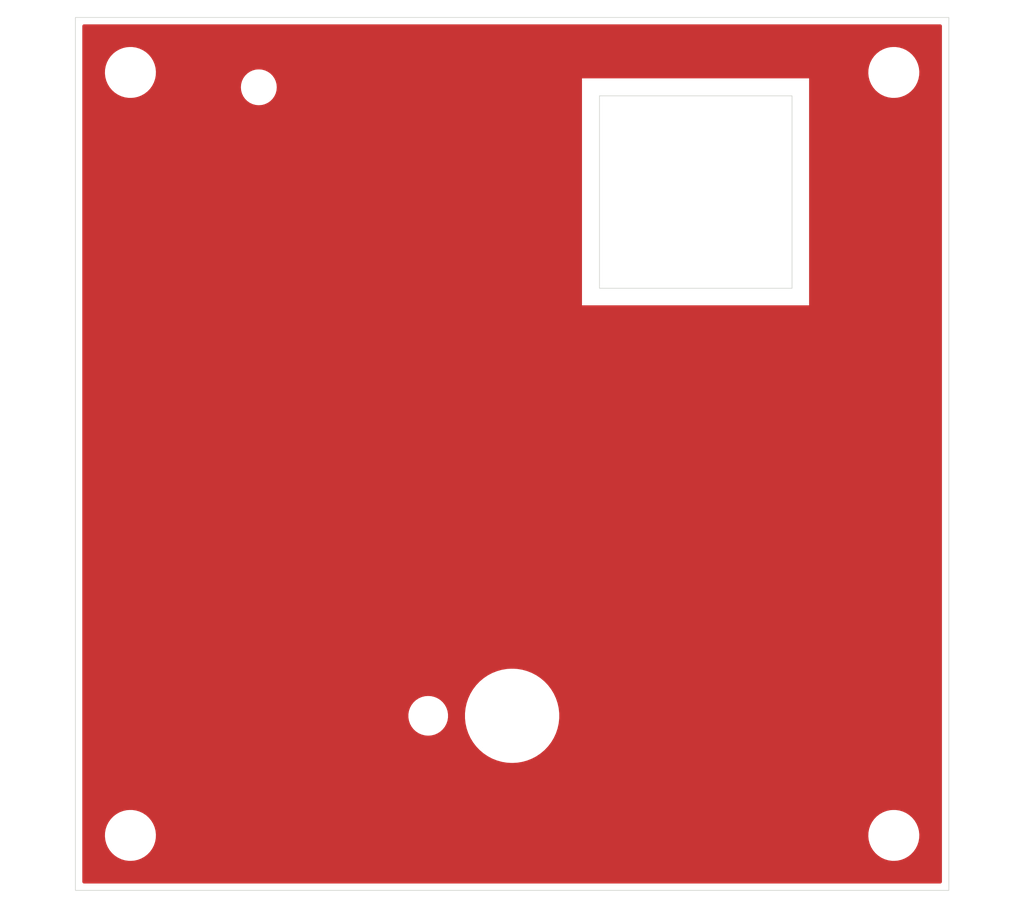
<source format=kicad_pcb>
(kicad_pcb (version 20221018) (generator pcbnew)
  (layers (0 "F.Cu" signal) (31 "B.Cu" signal) (34 "B.Paste" user) (35 "F.Paste" user) (36 "B.SilkS" user "B.Silkscreen") (37 "F.SilkS" user "F.Silkscreen") (38 "B.Mask" user) (39 "F.Mask" user) (44 "Edge.Cuts" user))
  (net 0 "")
  (footprint "MountingHole:MountingHole_2.1mm" (layer "F.Cu") (at 113.335 55.08)
    (fp_text reference "REF**" hide)
    (fp_text value "MountingHole_2.1mm")
    (pad "" np_thru_hole circle (at 0 0) (size 2.1 2.1) (drill 2.1) (layers "*.Cu" "*.Mask"))
  )
  (footprint "MountingHole:MountingHole_3.2mm_M3" (layer "F.Cu") (at 159.5 54)
    (fp_text reference "REF**" hide)
    (fp_text value "MountingHole_3.2mm_M3")
    (pad "" np_thru_hole circle (at 0 0) (size 3.2 3.2) (drill 3.2) (layers "*.Cu" "*.Mask"))
  )
  (footprint "MountingHole:MountingHole_3.2mm_M3" (layer "F.Cu") (at 104 109.5)
    (fp_text reference "REF**" hide)
    (fp_text value "MountingHole_3.2mm_M3")
    (pad "" np_thru_hole circle (at 0 0) (size 3.2 3.2) (drill 3.2) (layers "*.Cu" "*.Mask"))
  )
  (footprint "akizuki:ToggleSw_panel" (layer "F.Cu") (at 131.75 100.8)
    (fp_text reference "REF**" hide)
    (fp_text value "ToggleSw_panel")
    (pad "" np_thru_hole circle (at -6.1 0) (size 2.38 2.38) (drill 2.38) (layers "F&B.Cu" "*.Mask"))
    (pad "" np_thru_hole circle (at 0 0) (size 6.35 6.35) (drill 6.35) (layers "F&B.Cu" "*.Mask"))
  )
  (footprint "MountingHole:MountingHole_3.2mm_M3" (layer "F.Cu") (at 159.5 109.5)
    (fp_text reference "REF**" hide)
    (fp_text value "MountingHole_3.2mm_M3")
    (pad "" np_thru_hole circle (at 0 0) (size 3.2 3.2) (drill 3.2) (layers "*.Cu" "*.Mask"))
  )
  (footprint "MountingHole:MountingHole_3.2mm_M3" (layer "F.Cu") (at 104 54)
    (fp_text reference "REF**" hide)
    (fp_text value "MountingHole_3.2mm_M3")
    (pad "" np_thru_hole circle (at 0 0) (size 3.2 3.2) (drill 3.2) (layers "*.Cu" "*.Mask"))
  )
  (gr_rect (start 138.1 55.7) (end 152.1 69.7) (stroke (width 0.05)) (fill none) (layer "Edge.Cuts"))
  (gr_rect (start 100 50) (end 163.5 113.5) (stroke (width 0.05)) (fill none) (layer "Edge.Cuts"))
  (zone (net 0) (net_name "") (layer "F.Cu") (connect_pads (clearance 0.5)) (min_thickness 0.25) (fill yes (thermal_gap 0.5) (thermal_bridge_width 0.5) (island_removal_mode 1) (island_area_min 10))
    (polygon (pts (xy 98.73 48.73) (xy 98.73 114.77) (xy 164.77 114.77) (xy 164.77 48.73)))
  )
  (zone (net 0) (net_name "") (layers "F.Cu" "Edge.Cuts") (connect_pads (clearance 0)) (min_thickness 0.25)
    (keepout (tracks allowed) (vias allowed) (pads allowed) (copperpour not_allowed) (footprints allowed))
    (fill (thermal_gap 0.5) (thermal_bridge_width 0.5))
    (polygon (pts (xy 136.83 54.43) (xy 136.83 70.94) (xy 153.34 70.94) (xy 153.34 54.43)))
  )
)
</source>
